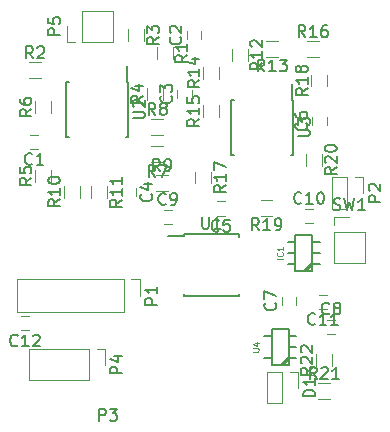
<source format=gbr>
G04 #@! TF.FileFunction,Legend,Top*
%FSLAX46Y46*%
G04 Gerber Fmt 4.6, Leading zero omitted, Abs format (unit mm)*
G04 Created by KiCad (PCBNEW 4.0.2-stable) date 21/04/2017 02:40:48 p.m.*
%MOMM*%
G01*
G04 APERTURE LIST*
%ADD10C,0.100000*%
%ADD11C,0.120000*%
%ADD12C,0.127000*%
%ADD13C,0.150000*%
%ADD14C,0.099060*%
G04 APERTURE END LIST*
D10*
D11*
X143507709Y-132069231D02*
X142807709Y-132069231D01*
X142807709Y-130869231D02*
X143507709Y-130869231D01*
X150745000Y-143130000D02*
X141735000Y-143130000D01*
X141735000Y-143130000D02*
X141735000Y-145910000D01*
X141735000Y-145910000D02*
X150745000Y-145910000D01*
X150745000Y-145910000D02*
X150745000Y-143130000D01*
X151380000Y-143130000D02*
X152135000Y-143130000D01*
X152135000Y-143130000D02*
X152135000Y-144520000D01*
X168520000Y-139145000D02*
X168520000Y-141745000D01*
X168520000Y-141745000D02*
X171180000Y-141745000D01*
X171180000Y-141745000D02*
X171180000Y-139145000D01*
X171180000Y-139145000D02*
X168520000Y-139145000D01*
X168520000Y-138510000D02*
X168520000Y-137815000D01*
X168520000Y-137815000D02*
X169850000Y-137815000D01*
X169695000Y-134490000D02*
X168365000Y-134490000D01*
X168365000Y-134490000D02*
X168365000Y-137150000D01*
X168365000Y-137150000D02*
X169695000Y-137150000D01*
X169695000Y-137150000D02*
X169695000Y-134490000D01*
X170330000Y-134490000D02*
X171025000Y-134490000D01*
X171025000Y-134490000D02*
X171025000Y-135820000D01*
D12*
X166678500Y-141730900D02*
X166030800Y-142378600D01*
X166678500Y-141883300D02*
X166183200Y-142378600D01*
X165281500Y-140880000D02*
X164621100Y-140880000D01*
X165281500Y-139927500D02*
X164621100Y-139927500D01*
X165281500Y-141832500D02*
X164621100Y-141832500D01*
X166678500Y-140880000D02*
X167338900Y-140880000D01*
X166678500Y-139927500D02*
X167338900Y-139927500D01*
X166678500Y-141832500D02*
X167338900Y-141832500D01*
X165281500Y-142378600D02*
X165281500Y-139381400D01*
X165281500Y-139381400D02*
X166678500Y-139381400D01*
X166678500Y-139381400D02*
X166678500Y-142378600D01*
X166678500Y-142378600D02*
X165281500Y-142378600D01*
X164708500Y-149700900D02*
X164060800Y-150348600D01*
X164708500Y-149853300D02*
X164213200Y-150348600D01*
X163311500Y-147897500D02*
X162651100Y-147897500D01*
X163311500Y-149802500D02*
X162651100Y-149802500D01*
X164708500Y-148850000D02*
X165368900Y-148850000D01*
X164708500Y-147897500D02*
X165368900Y-147897500D01*
X164708500Y-149802500D02*
X165368900Y-149802500D01*
X163311500Y-150348600D02*
X163311500Y-147351400D01*
X163311500Y-147351400D02*
X164708500Y-147351400D01*
X164708500Y-147351400D02*
X164708500Y-150348600D01*
X164708500Y-150348600D02*
X163311500Y-150348600D01*
D11*
X156077709Y-122799231D02*
X156077709Y-122099231D01*
X157277709Y-122099231D02*
X157277709Y-122799231D01*
X155297709Y-127759231D02*
X155297709Y-127059231D01*
X156497709Y-127059231D02*
X156497709Y-127759231D01*
X151817709Y-135389231D02*
X151817709Y-136089231D01*
X150617709Y-136089231D02*
X150617709Y-135389231D01*
X159327709Y-137719231D02*
X158627709Y-137719231D01*
X158627709Y-136519231D02*
X159327709Y-136519231D01*
X166730000Y-130080000D02*
X166730000Y-129380000D01*
X167930000Y-129380000D02*
X167930000Y-130080000D01*
X164110000Y-145310000D02*
X164110000Y-144610000D01*
X165310000Y-144610000D02*
X165310000Y-145310000D01*
X167960000Y-146540000D02*
X168660000Y-146540000D01*
X168660000Y-147740000D02*
X167960000Y-147740000D01*
X154130000Y-137260000D02*
X154830000Y-137260000D01*
X154830000Y-138460000D02*
X154130000Y-138460000D01*
X166080000Y-137170000D02*
X166780000Y-137170000D01*
X166780000Y-138370000D02*
X166080000Y-138370000D01*
X167950000Y-145630000D02*
X167250000Y-145630000D01*
X167250000Y-144430000D02*
X167950000Y-144430000D01*
X142750000Y-147450000D02*
X142050000Y-147450000D01*
X142050000Y-146250000D02*
X142750000Y-146250000D01*
X153537709Y-124469231D02*
X153537709Y-123469231D01*
X154897709Y-123469231D02*
X154897709Y-124469231D01*
X143727709Y-126079231D02*
X142727709Y-126079231D01*
X142727709Y-124719231D02*
X143727709Y-124719231D01*
X151147709Y-122949231D02*
X151147709Y-121949231D01*
X152507709Y-121949231D02*
X152507709Y-122949231D01*
X154067709Y-126909231D02*
X154067709Y-127909231D01*
X152707709Y-127909231D02*
X152707709Y-126909231D01*
X144607709Y-133859231D02*
X144607709Y-134859231D01*
X143247709Y-134859231D02*
X143247709Y-133859231D01*
X144607709Y-128039231D02*
X144607709Y-129039231D01*
X143247709Y-129039231D02*
X143247709Y-128039231D01*
X153097709Y-131859231D02*
X154097709Y-131859231D01*
X154097709Y-133219231D02*
X153097709Y-133219231D01*
X154097709Y-130879231D02*
X153097709Y-130879231D01*
X153097709Y-129519231D02*
X154097709Y-129519231D01*
X154477709Y-135649231D02*
X153477709Y-135649231D01*
X153477709Y-134289231D02*
X154477709Y-134289231D01*
X147027709Y-135209231D02*
X147027709Y-136209231D01*
X145667709Y-136209231D02*
X145667709Y-135209231D01*
X147997709Y-136239231D02*
X147997709Y-135239231D01*
X149357709Y-135239231D02*
X149357709Y-136239231D01*
X159897709Y-124629231D02*
X159897709Y-123629231D01*
X161257709Y-123629231D02*
X161257709Y-124629231D01*
X162797709Y-122939231D02*
X163797709Y-122939231D01*
X163797709Y-124299231D02*
X162797709Y-124299231D01*
X158837709Y-125119231D02*
X158837709Y-126119231D01*
X157477709Y-126119231D02*
X157477709Y-125119231D01*
X158827709Y-128399231D02*
X158827709Y-129399231D01*
X157467709Y-129399231D02*
X157467709Y-128399231D01*
X167267709Y-124289231D02*
X166267709Y-124289231D01*
X166267709Y-122929231D02*
X167267709Y-122929231D01*
X156787709Y-134999231D02*
X156787709Y-133999231D01*
X158147709Y-133999231D02*
X158147709Y-134999231D01*
X167997709Y-125789231D02*
X167997709Y-126789231D01*
X166637709Y-126789231D02*
X166637709Y-125789231D01*
X162337709Y-136379231D02*
X163337709Y-136379231D01*
X163337709Y-137739231D02*
X162337709Y-137739231D01*
X166190000Y-133500000D02*
X166190000Y-132500000D01*
X167550000Y-132500000D02*
X167550000Y-133500000D01*
X168220000Y-153230000D02*
X167220000Y-153230000D01*
X167220000Y-151870000D02*
X168220000Y-151870000D01*
X168400000Y-149470000D02*
X168400000Y-150470000D01*
X167040000Y-150470000D02*
X167040000Y-149470000D01*
X164175000Y-150960000D02*
X162845000Y-150960000D01*
X162845000Y-150960000D02*
X162845000Y-153620000D01*
X162845000Y-153620000D02*
X164175000Y-153620000D01*
X164175000Y-153620000D02*
X164175000Y-150960000D01*
X164810000Y-150960000D02*
X165505000Y-150960000D01*
X165505000Y-150960000D02*
X165505000Y-152290000D01*
X147835000Y-149010000D02*
X142695000Y-149010000D01*
X142695000Y-149010000D02*
X142695000Y-151670000D01*
X142695000Y-151670000D02*
X147835000Y-151670000D01*
X147835000Y-151670000D02*
X147835000Y-149010000D01*
X148470000Y-149010000D02*
X149165000Y-149010000D01*
X149165000Y-149010000D02*
X149165000Y-150340000D01*
X147242709Y-123019231D02*
X149842709Y-123019231D01*
X149842709Y-123019231D02*
X149842709Y-120359231D01*
X149842709Y-120359231D02*
X147242709Y-120359231D01*
X147242709Y-120359231D02*
X147242709Y-123019231D01*
X146607709Y-123019231D02*
X145912709Y-123019231D01*
X145912709Y-123019231D02*
X145912709Y-121689231D01*
D13*
X155835000Y-139305000D02*
X155835000Y-139430000D01*
X160485000Y-139305000D02*
X160485000Y-139530000D01*
X160485000Y-144555000D02*
X160485000Y-144330000D01*
X155835000Y-144555000D02*
X155835000Y-144330000D01*
X155835000Y-139305000D02*
X160485000Y-139305000D01*
X155835000Y-144555000D02*
X160485000Y-144555000D01*
X155835000Y-139430000D02*
X154485000Y-139430000D01*
X151142709Y-126404231D02*
X151017709Y-126404231D01*
X151142709Y-131054231D02*
X150917709Y-131054231D01*
X145892709Y-131054231D02*
X146117709Y-131054231D01*
X145892709Y-126404231D02*
X146117709Y-126404231D01*
X151142709Y-126404231D02*
X151142709Y-131054231D01*
X145892709Y-126404231D02*
X145892709Y-131054231D01*
X151017709Y-126404231D02*
X151017709Y-125054231D01*
X165112709Y-127924231D02*
X164987709Y-127924231D01*
X165112709Y-132574231D02*
X164887709Y-132574231D01*
X159862709Y-132574231D02*
X160087709Y-132574231D01*
X159862709Y-127924231D02*
X160087709Y-127924231D01*
X165112709Y-127924231D02*
X165112709Y-132574231D01*
X159862709Y-127924231D02*
X159862709Y-132574231D01*
X164987709Y-127924231D02*
X164987709Y-126574231D01*
X142991043Y-133326374D02*
X142943424Y-133373993D01*
X142800567Y-133421612D01*
X142705329Y-133421612D01*
X142562471Y-133373993D01*
X142467233Y-133278755D01*
X142419614Y-133183517D01*
X142371995Y-132993041D01*
X142371995Y-132850183D01*
X142419614Y-132659707D01*
X142467233Y-132564469D01*
X142562471Y-132469231D01*
X142705329Y-132421612D01*
X142800567Y-132421612D01*
X142943424Y-132469231D01*
X142991043Y-132516850D01*
X143943424Y-133421612D02*
X143371995Y-133421612D01*
X143657709Y-133421612D02*
X143657709Y-132421612D01*
X143562471Y-132564469D01*
X143467233Y-132659707D01*
X143371995Y-132707326D01*
X153587381Y-145258095D02*
X152587381Y-145258095D01*
X152587381Y-144877142D01*
X152635000Y-144781904D01*
X152682619Y-144734285D01*
X152777857Y-144686666D01*
X152920714Y-144686666D01*
X153015952Y-144734285D01*
X153063571Y-144781904D01*
X153111190Y-144877142D01*
X153111190Y-145258095D01*
X153587381Y-143734285D02*
X153587381Y-144305714D01*
X153587381Y-144020000D02*
X152587381Y-144020000D01*
X152730238Y-144115238D01*
X152825476Y-144210476D01*
X152873095Y-144305714D01*
X168516667Y-137219762D02*
X168659524Y-137267381D01*
X168897620Y-137267381D01*
X168992858Y-137219762D01*
X169040477Y-137172143D01*
X169088096Y-137076905D01*
X169088096Y-136981667D01*
X169040477Y-136886429D01*
X168992858Y-136838810D01*
X168897620Y-136791190D01*
X168707143Y-136743571D01*
X168611905Y-136695952D01*
X168564286Y-136648333D01*
X168516667Y-136553095D01*
X168516667Y-136457857D01*
X168564286Y-136362619D01*
X168611905Y-136315000D01*
X168707143Y-136267381D01*
X168945239Y-136267381D01*
X169088096Y-136315000D01*
X169421429Y-136267381D02*
X169659524Y-137267381D01*
X169850001Y-136553095D01*
X170040477Y-137267381D01*
X170278572Y-136267381D01*
X171183334Y-137267381D02*
X170611905Y-137267381D01*
X170897619Y-137267381D02*
X170897619Y-136267381D01*
X170802381Y-136410238D01*
X170707143Y-136505476D01*
X170611905Y-136553095D01*
X172477381Y-136558095D02*
X171477381Y-136558095D01*
X171477381Y-136177142D01*
X171525000Y-136081904D01*
X171572619Y-136034285D01*
X171667857Y-135986666D01*
X171810714Y-135986666D01*
X171905952Y-136034285D01*
X171953571Y-136081904D01*
X172001190Y-136177142D01*
X172001190Y-136558095D01*
X171572619Y-135605714D02*
X171525000Y-135558095D01*
X171477381Y-135462857D01*
X171477381Y-135224761D01*
X171525000Y-135129523D01*
X171572619Y-135081904D01*
X171667857Y-135034285D01*
X171763095Y-135034285D01*
X171905952Y-135081904D01*
X172477381Y-135653333D01*
X172477381Y-135034285D01*
D14*
X164225162Y-141368466D02*
X163724782Y-141368466D01*
X164177507Y-140844258D02*
X164201335Y-140868086D01*
X164225162Y-140939569D01*
X164225162Y-140987224D01*
X164201335Y-141058707D01*
X164153680Y-141106362D01*
X164106024Y-141130190D01*
X164010714Y-141154018D01*
X163939231Y-141154018D01*
X163843920Y-141130190D01*
X163796265Y-141106362D01*
X163748610Y-141058707D01*
X163724782Y-140987224D01*
X163724782Y-140939569D01*
X163748610Y-140868086D01*
X163772438Y-140844258D01*
X164225162Y-140367706D02*
X164225162Y-140653638D01*
X164225162Y-140510672D02*
X163724782Y-140510672D01*
X163796265Y-140558327D01*
X163843920Y-140605982D01*
X163867748Y-140653638D01*
X161678582Y-149231242D02*
X162083652Y-149231242D01*
X162131307Y-149207414D01*
X162155135Y-149183587D01*
X162178962Y-149135931D01*
X162178962Y-149040621D01*
X162155135Y-148992966D01*
X162131307Y-148969138D01*
X162083652Y-148945310D01*
X161678582Y-148945310D01*
X161845376Y-148492585D02*
X162178962Y-148492585D01*
X161654755Y-148611723D02*
X162012169Y-148730862D01*
X162012169Y-148421102D01*
D13*
X155534852Y-122615897D02*
X155582471Y-122663516D01*
X155630090Y-122806373D01*
X155630090Y-122901611D01*
X155582471Y-123044469D01*
X155487233Y-123139707D01*
X155391995Y-123187326D01*
X155201519Y-123234945D01*
X155058661Y-123234945D01*
X154868185Y-123187326D01*
X154772947Y-123139707D01*
X154677709Y-123044469D01*
X154630090Y-122901611D01*
X154630090Y-122806373D01*
X154677709Y-122663516D01*
X154725328Y-122615897D01*
X154725328Y-122234945D02*
X154677709Y-122187326D01*
X154630090Y-122092088D01*
X154630090Y-121853992D01*
X154677709Y-121758754D01*
X154725328Y-121711135D01*
X154820566Y-121663516D01*
X154915804Y-121663516D01*
X155058661Y-121711135D01*
X155630090Y-122282564D01*
X155630090Y-121663516D01*
X154754852Y-127575897D02*
X154802471Y-127623516D01*
X154850090Y-127766373D01*
X154850090Y-127861611D01*
X154802471Y-128004469D01*
X154707233Y-128099707D01*
X154611995Y-128147326D01*
X154421519Y-128194945D01*
X154278661Y-128194945D01*
X154088185Y-128147326D01*
X153992947Y-128099707D01*
X153897709Y-128004469D01*
X153850090Y-127861611D01*
X153850090Y-127766373D01*
X153897709Y-127623516D01*
X153945328Y-127575897D01*
X153850090Y-127242564D02*
X153850090Y-126623516D01*
X154231042Y-126956850D01*
X154231042Y-126813992D01*
X154278661Y-126718754D01*
X154326280Y-126671135D01*
X154421519Y-126623516D01*
X154659614Y-126623516D01*
X154754852Y-126671135D01*
X154802471Y-126718754D01*
X154850090Y-126813992D01*
X154850090Y-127099707D01*
X154802471Y-127194945D01*
X154754852Y-127242564D01*
X153074852Y-135905897D02*
X153122471Y-135953516D01*
X153170090Y-136096373D01*
X153170090Y-136191611D01*
X153122471Y-136334469D01*
X153027233Y-136429707D01*
X152931995Y-136477326D01*
X152741519Y-136524945D01*
X152598661Y-136524945D01*
X152408185Y-136477326D01*
X152312947Y-136429707D01*
X152217709Y-136334469D01*
X152170090Y-136191611D01*
X152170090Y-136096373D01*
X152217709Y-135953516D01*
X152265328Y-135905897D01*
X152503423Y-135048754D02*
X153170090Y-135048754D01*
X152122471Y-135286850D02*
X152836757Y-135524945D01*
X152836757Y-134905897D01*
X158811043Y-138976374D02*
X158763424Y-139023993D01*
X158620567Y-139071612D01*
X158525329Y-139071612D01*
X158382471Y-139023993D01*
X158287233Y-138928755D01*
X158239614Y-138833517D01*
X158191995Y-138643041D01*
X158191995Y-138500183D01*
X158239614Y-138309707D01*
X158287233Y-138214469D01*
X158382471Y-138119231D01*
X158525329Y-138071612D01*
X158620567Y-138071612D01*
X158763424Y-138119231D01*
X158811043Y-138166850D01*
X159715805Y-138071612D02*
X159239614Y-138071612D01*
X159191995Y-138547802D01*
X159239614Y-138500183D01*
X159334852Y-138452564D01*
X159572948Y-138452564D01*
X159668186Y-138500183D01*
X159715805Y-138547802D01*
X159763424Y-138643041D01*
X159763424Y-138881136D01*
X159715805Y-138976374D01*
X159668186Y-139023993D01*
X159572948Y-139071612D01*
X159334852Y-139071612D01*
X159239614Y-139023993D01*
X159191995Y-138976374D01*
X166187143Y-129896666D02*
X166234762Y-129944285D01*
X166282381Y-130087142D01*
X166282381Y-130182380D01*
X166234762Y-130325238D01*
X166139524Y-130420476D01*
X166044286Y-130468095D01*
X165853810Y-130515714D01*
X165710952Y-130515714D01*
X165520476Y-130468095D01*
X165425238Y-130420476D01*
X165330000Y-130325238D01*
X165282381Y-130182380D01*
X165282381Y-130087142D01*
X165330000Y-129944285D01*
X165377619Y-129896666D01*
X165282381Y-129039523D02*
X165282381Y-129230000D01*
X165330000Y-129325238D01*
X165377619Y-129372857D01*
X165520476Y-129468095D01*
X165710952Y-129515714D01*
X166091905Y-129515714D01*
X166187143Y-129468095D01*
X166234762Y-129420476D01*
X166282381Y-129325238D01*
X166282381Y-129134761D01*
X166234762Y-129039523D01*
X166187143Y-128991904D01*
X166091905Y-128944285D01*
X165853810Y-128944285D01*
X165758571Y-128991904D01*
X165710952Y-129039523D01*
X165663333Y-129134761D01*
X165663333Y-129325238D01*
X165710952Y-129420476D01*
X165758571Y-129468095D01*
X165853810Y-129515714D01*
X163567143Y-145126666D02*
X163614762Y-145174285D01*
X163662381Y-145317142D01*
X163662381Y-145412380D01*
X163614762Y-145555238D01*
X163519524Y-145650476D01*
X163424286Y-145698095D01*
X163233810Y-145745714D01*
X163090952Y-145745714D01*
X162900476Y-145698095D01*
X162805238Y-145650476D01*
X162710000Y-145555238D01*
X162662381Y-145412380D01*
X162662381Y-145317142D01*
X162710000Y-145174285D01*
X162757619Y-145126666D01*
X162662381Y-144793333D02*
X162662381Y-144126666D01*
X163662381Y-144555238D01*
X168143334Y-145997143D02*
X168095715Y-146044762D01*
X167952858Y-146092381D01*
X167857620Y-146092381D01*
X167714762Y-146044762D01*
X167619524Y-145949524D01*
X167571905Y-145854286D01*
X167524286Y-145663810D01*
X167524286Y-145520952D01*
X167571905Y-145330476D01*
X167619524Y-145235238D01*
X167714762Y-145140000D01*
X167857620Y-145092381D01*
X167952858Y-145092381D01*
X168095715Y-145140000D01*
X168143334Y-145187619D01*
X168714762Y-145520952D02*
X168619524Y-145473333D01*
X168571905Y-145425714D01*
X168524286Y-145330476D01*
X168524286Y-145282857D01*
X168571905Y-145187619D01*
X168619524Y-145140000D01*
X168714762Y-145092381D01*
X168905239Y-145092381D01*
X169000477Y-145140000D01*
X169048096Y-145187619D01*
X169095715Y-145282857D01*
X169095715Y-145330476D01*
X169048096Y-145425714D01*
X169000477Y-145473333D01*
X168905239Y-145520952D01*
X168714762Y-145520952D01*
X168619524Y-145568571D01*
X168571905Y-145616190D01*
X168524286Y-145711429D01*
X168524286Y-145901905D01*
X168571905Y-145997143D01*
X168619524Y-146044762D01*
X168714762Y-146092381D01*
X168905239Y-146092381D01*
X169000477Y-146044762D01*
X169048096Y-145997143D01*
X169095715Y-145901905D01*
X169095715Y-145711429D01*
X169048096Y-145616190D01*
X169000477Y-145568571D01*
X168905239Y-145520952D01*
X154313334Y-136717143D02*
X154265715Y-136764762D01*
X154122858Y-136812381D01*
X154027620Y-136812381D01*
X153884762Y-136764762D01*
X153789524Y-136669524D01*
X153741905Y-136574286D01*
X153694286Y-136383810D01*
X153694286Y-136240952D01*
X153741905Y-136050476D01*
X153789524Y-135955238D01*
X153884762Y-135860000D01*
X154027620Y-135812381D01*
X154122858Y-135812381D01*
X154265715Y-135860000D01*
X154313334Y-135907619D01*
X154789524Y-136812381D02*
X154980000Y-136812381D01*
X155075239Y-136764762D01*
X155122858Y-136717143D01*
X155218096Y-136574286D01*
X155265715Y-136383810D01*
X155265715Y-136002857D01*
X155218096Y-135907619D01*
X155170477Y-135860000D01*
X155075239Y-135812381D01*
X154884762Y-135812381D01*
X154789524Y-135860000D01*
X154741905Y-135907619D01*
X154694286Y-136002857D01*
X154694286Y-136240952D01*
X154741905Y-136336190D01*
X154789524Y-136383810D01*
X154884762Y-136431429D01*
X155075239Y-136431429D01*
X155170477Y-136383810D01*
X155218096Y-136336190D01*
X155265715Y-136240952D01*
X165787143Y-136627143D02*
X165739524Y-136674762D01*
X165596667Y-136722381D01*
X165501429Y-136722381D01*
X165358571Y-136674762D01*
X165263333Y-136579524D01*
X165215714Y-136484286D01*
X165168095Y-136293810D01*
X165168095Y-136150952D01*
X165215714Y-135960476D01*
X165263333Y-135865238D01*
X165358571Y-135770000D01*
X165501429Y-135722381D01*
X165596667Y-135722381D01*
X165739524Y-135770000D01*
X165787143Y-135817619D01*
X166739524Y-136722381D02*
X166168095Y-136722381D01*
X166453809Y-136722381D02*
X166453809Y-135722381D01*
X166358571Y-135865238D01*
X166263333Y-135960476D01*
X166168095Y-136008095D01*
X167358571Y-135722381D02*
X167453810Y-135722381D01*
X167549048Y-135770000D01*
X167596667Y-135817619D01*
X167644286Y-135912857D01*
X167691905Y-136103333D01*
X167691905Y-136341429D01*
X167644286Y-136531905D01*
X167596667Y-136627143D01*
X167549048Y-136674762D01*
X167453810Y-136722381D01*
X167358571Y-136722381D01*
X167263333Y-136674762D01*
X167215714Y-136627143D01*
X167168095Y-136531905D01*
X167120476Y-136341429D01*
X167120476Y-136103333D01*
X167168095Y-135912857D01*
X167215714Y-135817619D01*
X167263333Y-135770000D01*
X167358571Y-135722381D01*
X166957143Y-146887143D02*
X166909524Y-146934762D01*
X166766667Y-146982381D01*
X166671429Y-146982381D01*
X166528571Y-146934762D01*
X166433333Y-146839524D01*
X166385714Y-146744286D01*
X166338095Y-146553810D01*
X166338095Y-146410952D01*
X166385714Y-146220476D01*
X166433333Y-146125238D01*
X166528571Y-146030000D01*
X166671429Y-145982381D01*
X166766667Y-145982381D01*
X166909524Y-146030000D01*
X166957143Y-146077619D01*
X167909524Y-146982381D02*
X167338095Y-146982381D01*
X167623809Y-146982381D02*
X167623809Y-145982381D01*
X167528571Y-146125238D01*
X167433333Y-146220476D01*
X167338095Y-146268095D01*
X168861905Y-146982381D02*
X168290476Y-146982381D01*
X168576190Y-146982381D02*
X168576190Y-145982381D01*
X168480952Y-146125238D01*
X168385714Y-146220476D01*
X168290476Y-146268095D01*
X141757143Y-148707143D02*
X141709524Y-148754762D01*
X141566667Y-148802381D01*
X141471429Y-148802381D01*
X141328571Y-148754762D01*
X141233333Y-148659524D01*
X141185714Y-148564286D01*
X141138095Y-148373810D01*
X141138095Y-148230952D01*
X141185714Y-148040476D01*
X141233333Y-147945238D01*
X141328571Y-147850000D01*
X141471429Y-147802381D01*
X141566667Y-147802381D01*
X141709524Y-147850000D01*
X141757143Y-147897619D01*
X142709524Y-148802381D02*
X142138095Y-148802381D01*
X142423809Y-148802381D02*
X142423809Y-147802381D01*
X142328571Y-147945238D01*
X142233333Y-148040476D01*
X142138095Y-148088095D01*
X143090476Y-147897619D02*
X143138095Y-147850000D01*
X143233333Y-147802381D01*
X143471429Y-147802381D01*
X143566667Y-147850000D01*
X143614286Y-147897619D01*
X143661905Y-147992857D01*
X143661905Y-148088095D01*
X143614286Y-148230952D01*
X143042857Y-148802381D01*
X143661905Y-148802381D01*
X156120090Y-124135897D02*
X155643899Y-124469231D01*
X156120090Y-124707326D02*
X155120090Y-124707326D01*
X155120090Y-124326373D01*
X155167709Y-124231135D01*
X155215328Y-124183516D01*
X155310566Y-124135897D01*
X155453423Y-124135897D01*
X155548661Y-124183516D01*
X155596280Y-124231135D01*
X155643899Y-124326373D01*
X155643899Y-124707326D01*
X156120090Y-123183516D02*
X156120090Y-123754945D01*
X156120090Y-123469231D02*
X155120090Y-123469231D01*
X155262947Y-123564469D01*
X155358185Y-123659707D01*
X155405804Y-123754945D01*
X143061043Y-124401612D02*
X142727709Y-123925421D01*
X142489614Y-124401612D02*
X142489614Y-123401612D01*
X142870567Y-123401612D01*
X142965805Y-123449231D01*
X143013424Y-123496850D01*
X143061043Y-123592088D01*
X143061043Y-123734945D01*
X143013424Y-123830183D01*
X142965805Y-123877802D01*
X142870567Y-123925421D01*
X142489614Y-123925421D01*
X143441995Y-123496850D02*
X143489614Y-123449231D01*
X143584852Y-123401612D01*
X143822948Y-123401612D01*
X143918186Y-123449231D01*
X143965805Y-123496850D01*
X144013424Y-123592088D01*
X144013424Y-123687326D01*
X143965805Y-123830183D01*
X143394376Y-124401612D01*
X144013424Y-124401612D01*
X153730090Y-122615897D02*
X153253899Y-122949231D01*
X153730090Y-123187326D02*
X152730090Y-123187326D01*
X152730090Y-122806373D01*
X152777709Y-122711135D01*
X152825328Y-122663516D01*
X152920566Y-122615897D01*
X153063423Y-122615897D01*
X153158661Y-122663516D01*
X153206280Y-122711135D01*
X153253899Y-122806373D01*
X153253899Y-123187326D01*
X152730090Y-122282564D02*
X152730090Y-121663516D01*
X153111042Y-121996850D01*
X153111042Y-121853992D01*
X153158661Y-121758754D01*
X153206280Y-121711135D01*
X153301519Y-121663516D01*
X153539614Y-121663516D01*
X153634852Y-121711135D01*
X153682471Y-121758754D01*
X153730090Y-121853992D01*
X153730090Y-122139707D01*
X153682471Y-122234945D01*
X153634852Y-122282564D01*
X152390090Y-127575897D02*
X151913899Y-127909231D01*
X152390090Y-128147326D02*
X151390090Y-128147326D01*
X151390090Y-127766373D01*
X151437709Y-127671135D01*
X151485328Y-127623516D01*
X151580566Y-127575897D01*
X151723423Y-127575897D01*
X151818661Y-127623516D01*
X151866280Y-127671135D01*
X151913899Y-127766373D01*
X151913899Y-128147326D01*
X151723423Y-126718754D02*
X152390090Y-126718754D01*
X151342471Y-126956850D02*
X152056757Y-127194945D01*
X152056757Y-126575897D01*
X142930090Y-134525897D02*
X142453899Y-134859231D01*
X142930090Y-135097326D02*
X141930090Y-135097326D01*
X141930090Y-134716373D01*
X141977709Y-134621135D01*
X142025328Y-134573516D01*
X142120566Y-134525897D01*
X142263423Y-134525897D01*
X142358661Y-134573516D01*
X142406280Y-134621135D01*
X142453899Y-134716373D01*
X142453899Y-135097326D01*
X141930090Y-133621135D02*
X141930090Y-134097326D01*
X142406280Y-134144945D01*
X142358661Y-134097326D01*
X142311042Y-134002088D01*
X142311042Y-133763992D01*
X142358661Y-133668754D01*
X142406280Y-133621135D01*
X142501519Y-133573516D01*
X142739614Y-133573516D01*
X142834852Y-133621135D01*
X142882471Y-133668754D01*
X142930090Y-133763992D01*
X142930090Y-134002088D01*
X142882471Y-134097326D01*
X142834852Y-134144945D01*
X142930090Y-128705897D02*
X142453899Y-129039231D01*
X142930090Y-129277326D02*
X141930090Y-129277326D01*
X141930090Y-128896373D01*
X141977709Y-128801135D01*
X142025328Y-128753516D01*
X142120566Y-128705897D01*
X142263423Y-128705897D01*
X142358661Y-128753516D01*
X142406280Y-128801135D01*
X142453899Y-128896373D01*
X142453899Y-129277326D01*
X141930090Y-127848754D02*
X141930090Y-128039231D01*
X141977709Y-128134469D01*
X142025328Y-128182088D01*
X142168185Y-128277326D01*
X142358661Y-128324945D01*
X142739614Y-128324945D01*
X142834852Y-128277326D01*
X142882471Y-128229707D01*
X142930090Y-128134469D01*
X142930090Y-127943992D01*
X142882471Y-127848754D01*
X142834852Y-127801135D01*
X142739614Y-127753516D01*
X142501519Y-127753516D01*
X142406280Y-127801135D01*
X142358661Y-127848754D01*
X142311042Y-127943992D01*
X142311042Y-128134469D01*
X142358661Y-128229707D01*
X142406280Y-128277326D01*
X142501519Y-128324945D01*
X153431043Y-134441612D02*
X153097709Y-133965421D01*
X152859614Y-134441612D02*
X152859614Y-133441612D01*
X153240567Y-133441612D01*
X153335805Y-133489231D01*
X153383424Y-133536850D01*
X153431043Y-133632088D01*
X153431043Y-133774945D01*
X153383424Y-133870183D01*
X153335805Y-133917802D01*
X153240567Y-133965421D01*
X152859614Y-133965421D01*
X153764376Y-133441612D02*
X154431043Y-133441612D01*
X154002471Y-134441612D01*
X153431043Y-129201612D02*
X153097709Y-128725421D01*
X152859614Y-129201612D02*
X152859614Y-128201612D01*
X153240567Y-128201612D01*
X153335805Y-128249231D01*
X153383424Y-128296850D01*
X153431043Y-128392088D01*
X153431043Y-128534945D01*
X153383424Y-128630183D01*
X153335805Y-128677802D01*
X153240567Y-128725421D01*
X152859614Y-128725421D01*
X154002471Y-128630183D02*
X153907233Y-128582564D01*
X153859614Y-128534945D01*
X153811995Y-128439707D01*
X153811995Y-128392088D01*
X153859614Y-128296850D01*
X153907233Y-128249231D01*
X154002471Y-128201612D01*
X154192948Y-128201612D01*
X154288186Y-128249231D01*
X154335805Y-128296850D01*
X154383424Y-128392088D01*
X154383424Y-128439707D01*
X154335805Y-128534945D01*
X154288186Y-128582564D01*
X154192948Y-128630183D01*
X154002471Y-128630183D01*
X153907233Y-128677802D01*
X153859614Y-128725421D01*
X153811995Y-128820660D01*
X153811995Y-129011136D01*
X153859614Y-129106374D01*
X153907233Y-129153993D01*
X154002471Y-129201612D01*
X154192948Y-129201612D01*
X154288186Y-129153993D01*
X154335805Y-129106374D01*
X154383424Y-129011136D01*
X154383424Y-128820660D01*
X154335805Y-128725421D01*
X154288186Y-128677802D01*
X154192948Y-128630183D01*
X153811043Y-133971612D02*
X153477709Y-133495421D01*
X153239614Y-133971612D02*
X153239614Y-132971612D01*
X153620567Y-132971612D01*
X153715805Y-133019231D01*
X153763424Y-133066850D01*
X153811043Y-133162088D01*
X153811043Y-133304945D01*
X153763424Y-133400183D01*
X153715805Y-133447802D01*
X153620567Y-133495421D01*
X153239614Y-133495421D01*
X154287233Y-133971612D02*
X154477709Y-133971612D01*
X154572948Y-133923993D01*
X154620567Y-133876374D01*
X154715805Y-133733517D01*
X154763424Y-133543041D01*
X154763424Y-133162088D01*
X154715805Y-133066850D01*
X154668186Y-133019231D01*
X154572948Y-132971612D01*
X154382471Y-132971612D01*
X154287233Y-133019231D01*
X154239614Y-133066850D01*
X154191995Y-133162088D01*
X154191995Y-133400183D01*
X154239614Y-133495421D01*
X154287233Y-133543041D01*
X154382471Y-133590660D01*
X154572948Y-133590660D01*
X154668186Y-133543041D01*
X154715805Y-133495421D01*
X154763424Y-133400183D01*
X145350090Y-136352088D02*
X144873899Y-136685422D01*
X145350090Y-136923517D02*
X144350090Y-136923517D01*
X144350090Y-136542564D01*
X144397709Y-136447326D01*
X144445328Y-136399707D01*
X144540566Y-136352088D01*
X144683423Y-136352088D01*
X144778661Y-136399707D01*
X144826280Y-136447326D01*
X144873899Y-136542564D01*
X144873899Y-136923517D01*
X145350090Y-135399707D02*
X145350090Y-135971136D01*
X145350090Y-135685422D02*
X144350090Y-135685422D01*
X144492947Y-135780660D01*
X144588185Y-135875898D01*
X144635804Y-135971136D01*
X144350090Y-134780660D02*
X144350090Y-134685421D01*
X144397709Y-134590183D01*
X144445328Y-134542564D01*
X144540566Y-134494945D01*
X144731042Y-134447326D01*
X144969138Y-134447326D01*
X145159614Y-134494945D01*
X145254852Y-134542564D01*
X145302471Y-134590183D01*
X145350090Y-134685421D01*
X145350090Y-134780660D01*
X145302471Y-134875898D01*
X145254852Y-134923517D01*
X145159614Y-134971136D01*
X144969138Y-135018755D01*
X144731042Y-135018755D01*
X144540566Y-134971136D01*
X144445328Y-134923517D01*
X144397709Y-134875898D01*
X144350090Y-134780660D01*
X150580090Y-136382088D02*
X150103899Y-136715422D01*
X150580090Y-136953517D02*
X149580090Y-136953517D01*
X149580090Y-136572564D01*
X149627709Y-136477326D01*
X149675328Y-136429707D01*
X149770566Y-136382088D01*
X149913423Y-136382088D01*
X150008661Y-136429707D01*
X150056280Y-136477326D01*
X150103899Y-136572564D01*
X150103899Y-136953517D01*
X150580090Y-135429707D02*
X150580090Y-136001136D01*
X150580090Y-135715422D02*
X149580090Y-135715422D01*
X149722947Y-135810660D01*
X149818185Y-135905898D01*
X149865804Y-136001136D01*
X150580090Y-134477326D02*
X150580090Y-135048755D01*
X150580090Y-134763041D02*
X149580090Y-134763041D01*
X149722947Y-134858279D01*
X149818185Y-134953517D01*
X149865804Y-135048755D01*
X162480090Y-124772088D02*
X162003899Y-125105422D01*
X162480090Y-125343517D02*
X161480090Y-125343517D01*
X161480090Y-124962564D01*
X161527709Y-124867326D01*
X161575328Y-124819707D01*
X161670566Y-124772088D01*
X161813423Y-124772088D01*
X161908661Y-124819707D01*
X161956280Y-124867326D01*
X162003899Y-124962564D01*
X162003899Y-125343517D01*
X162480090Y-123819707D02*
X162480090Y-124391136D01*
X162480090Y-124105422D02*
X161480090Y-124105422D01*
X161622947Y-124200660D01*
X161718185Y-124295898D01*
X161765804Y-124391136D01*
X161575328Y-123438755D02*
X161527709Y-123391136D01*
X161480090Y-123295898D01*
X161480090Y-123057802D01*
X161527709Y-122962564D01*
X161575328Y-122914945D01*
X161670566Y-122867326D01*
X161765804Y-122867326D01*
X161908661Y-122914945D01*
X162480090Y-123486374D01*
X162480090Y-122867326D01*
X162654852Y-125521612D02*
X162321518Y-125045421D01*
X162083423Y-125521612D02*
X162083423Y-124521612D01*
X162464376Y-124521612D01*
X162559614Y-124569231D01*
X162607233Y-124616850D01*
X162654852Y-124712088D01*
X162654852Y-124854945D01*
X162607233Y-124950183D01*
X162559614Y-124997802D01*
X162464376Y-125045421D01*
X162083423Y-125045421D01*
X163607233Y-125521612D02*
X163035804Y-125521612D01*
X163321518Y-125521612D02*
X163321518Y-124521612D01*
X163226280Y-124664469D01*
X163131042Y-124759707D01*
X163035804Y-124807326D01*
X163940566Y-124521612D02*
X164559614Y-124521612D01*
X164226280Y-124902564D01*
X164369138Y-124902564D01*
X164464376Y-124950183D01*
X164511995Y-124997802D01*
X164559614Y-125093041D01*
X164559614Y-125331136D01*
X164511995Y-125426374D01*
X164464376Y-125473993D01*
X164369138Y-125521612D01*
X164083423Y-125521612D01*
X163988185Y-125473993D01*
X163940566Y-125426374D01*
X157160090Y-126262088D02*
X156683899Y-126595422D01*
X157160090Y-126833517D02*
X156160090Y-126833517D01*
X156160090Y-126452564D01*
X156207709Y-126357326D01*
X156255328Y-126309707D01*
X156350566Y-126262088D01*
X156493423Y-126262088D01*
X156588661Y-126309707D01*
X156636280Y-126357326D01*
X156683899Y-126452564D01*
X156683899Y-126833517D01*
X157160090Y-125309707D02*
X157160090Y-125881136D01*
X157160090Y-125595422D02*
X156160090Y-125595422D01*
X156302947Y-125690660D01*
X156398185Y-125785898D01*
X156445804Y-125881136D01*
X156493423Y-124452564D02*
X157160090Y-124452564D01*
X156112471Y-124690660D02*
X156826757Y-124928755D01*
X156826757Y-124309707D01*
X157150090Y-129542088D02*
X156673899Y-129875422D01*
X157150090Y-130113517D02*
X156150090Y-130113517D01*
X156150090Y-129732564D01*
X156197709Y-129637326D01*
X156245328Y-129589707D01*
X156340566Y-129542088D01*
X156483423Y-129542088D01*
X156578661Y-129589707D01*
X156626280Y-129637326D01*
X156673899Y-129732564D01*
X156673899Y-130113517D01*
X157150090Y-128589707D02*
X157150090Y-129161136D01*
X157150090Y-128875422D02*
X156150090Y-128875422D01*
X156292947Y-128970660D01*
X156388185Y-129065898D01*
X156435804Y-129161136D01*
X156150090Y-127684945D02*
X156150090Y-128161136D01*
X156626280Y-128208755D01*
X156578661Y-128161136D01*
X156531042Y-128065898D01*
X156531042Y-127827802D01*
X156578661Y-127732564D01*
X156626280Y-127684945D01*
X156721519Y-127637326D01*
X156959614Y-127637326D01*
X157054852Y-127684945D01*
X157102471Y-127732564D01*
X157150090Y-127827802D01*
X157150090Y-128065898D01*
X157102471Y-128161136D01*
X157054852Y-128208755D01*
X166124852Y-122611612D02*
X165791518Y-122135421D01*
X165553423Y-122611612D02*
X165553423Y-121611612D01*
X165934376Y-121611612D01*
X166029614Y-121659231D01*
X166077233Y-121706850D01*
X166124852Y-121802088D01*
X166124852Y-121944945D01*
X166077233Y-122040183D01*
X166029614Y-122087802D01*
X165934376Y-122135421D01*
X165553423Y-122135421D01*
X167077233Y-122611612D02*
X166505804Y-122611612D01*
X166791518Y-122611612D02*
X166791518Y-121611612D01*
X166696280Y-121754469D01*
X166601042Y-121849707D01*
X166505804Y-121897326D01*
X167934376Y-121611612D02*
X167743899Y-121611612D01*
X167648661Y-121659231D01*
X167601042Y-121706850D01*
X167505804Y-121849707D01*
X167458185Y-122040183D01*
X167458185Y-122421136D01*
X167505804Y-122516374D01*
X167553423Y-122563993D01*
X167648661Y-122611612D01*
X167839138Y-122611612D01*
X167934376Y-122563993D01*
X167981995Y-122516374D01*
X168029614Y-122421136D01*
X168029614Y-122183041D01*
X167981995Y-122087802D01*
X167934376Y-122040183D01*
X167839138Y-121992564D01*
X167648661Y-121992564D01*
X167553423Y-122040183D01*
X167505804Y-122087802D01*
X167458185Y-122183041D01*
X159370090Y-135142088D02*
X158893899Y-135475422D01*
X159370090Y-135713517D02*
X158370090Y-135713517D01*
X158370090Y-135332564D01*
X158417709Y-135237326D01*
X158465328Y-135189707D01*
X158560566Y-135142088D01*
X158703423Y-135142088D01*
X158798661Y-135189707D01*
X158846280Y-135237326D01*
X158893899Y-135332564D01*
X158893899Y-135713517D01*
X159370090Y-134189707D02*
X159370090Y-134761136D01*
X159370090Y-134475422D02*
X158370090Y-134475422D01*
X158512947Y-134570660D01*
X158608185Y-134665898D01*
X158655804Y-134761136D01*
X158370090Y-133856374D02*
X158370090Y-133189707D01*
X159370090Y-133618279D01*
X166320090Y-126932088D02*
X165843899Y-127265422D01*
X166320090Y-127503517D02*
X165320090Y-127503517D01*
X165320090Y-127122564D01*
X165367709Y-127027326D01*
X165415328Y-126979707D01*
X165510566Y-126932088D01*
X165653423Y-126932088D01*
X165748661Y-126979707D01*
X165796280Y-127027326D01*
X165843899Y-127122564D01*
X165843899Y-127503517D01*
X166320090Y-125979707D02*
X166320090Y-126551136D01*
X166320090Y-126265422D02*
X165320090Y-126265422D01*
X165462947Y-126360660D01*
X165558185Y-126455898D01*
X165605804Y-126551136D01*
X165748661Y-125408279D02*
X165701042Y-125503517D01*
X165653423Y-125551136D01*
X165558185Y-125598755D01*
X165510566Y-125598755D01*
X165415328Y-125551136D01*
X165367709Y-125503517D01*
X165320090Y-125408279D01*
X165320090Y-125217802D01*
X165367709Y-125122564D01*
X165415328Y-125074945D01*
X165510566Y-125027326D01*
X165558185Y-125027326D01*
X165653423Y-125074945D01*
X165701042Y-125122564D01*
X165748661Y-125217802D01*
X165748661Y-125408279D01*
X165796280Y-125503517D01*
X165843899Y-125551136D01*
X165939138Y-125598755D01*
X166129614Y-125598755D01*
X166224852Y-125551136D01*
X166272471Y-125503517D01*
X166320090Y-125408279D01*
X166320090Y-125217802D01*
X166272471Y-125122564D01*
X166224852Y-125074945D01*
X166129614Y-125027326D01*
X165939138Y-125027326D01*
X165843899Y-125074945D01*
X165796280Y-125122564D01*
X165748661Y-125217802D01*
X162194852Y-138961612D02*
X161861518Y-138485421D01*
X161623423Y-138961612D02*
X161623423Y-137961612D01*
X162004376Y-137961612D01*
X162099614Y-138009231D01*
X162147233Y-138056850D01*
X162194852Y-138152088D01*
X162194852Y-138294945D01*
X162147233Y-138390183D01*
X162099614Y-138437802D01*
X162004376Y-138485421D01*
X161623423Y-138485421D01*
X163147233Y-138961612D02*
X162575804Y-138961612D01*
X162861518Y-138961612D02*
X162861518Y-137961612D01*
X162766280Y-138104469D01*
X162671042Y-138199707D01*
X162575804Y-138247326D01*
X163623423Y-138961612D02*
X163813899Y-138961612D01*
X163909138Y-138913993D01*
X163956757Y-138866374D01*
X164051995Y-138723517D01*
X164099614Y-138533041D01*
X164099614Y-138152088D01*
X164051995Y-138056850D01*
X164004376Y-138009231D01*
X163909138Y-137961612D01*
X163718661Y-137961612D01*
X163623423Y-138009231D01*
X163575804Y-138056850D01*
X163528185Y-138152088D01*
X163528185Y-138390183D01*
X163575804Y-138485421D01*
X163623423Y-138533041D01*
X163718661Y-138580660D01*
X163909138Y-138580660D01*
X164004376Y-138533041D01*
X164051995Y-138485421D01*
X164099614Y-138390183D01*
X168772381Y-133642857D02*
X168296190Y-133976191D01*
X168772381Y-134214286D02*
X167772381Y-134214286D01*
X167772381Y-133833333D01*
X167820000Y-133738095D01*
X167867619Y-133690476D01*
X167962857Y-133642857D01*
X168105714Y-133642857D01*
X168200952Y-133690476D01*
X168248571Y-133738095D01*
X168296190Y-133833333D01*
X168296190Y-134214286D01*
X167867619Y-133261905D02*
X167820000Y-133214286D01*
X167772381Y-133119048D01*
X167772381Y-132880952D01*
X167820000Y-132785714D01*
X167867619Y-132738095D01*
X167962857Y-132690476D01*
X168058095Y-132690476D01*
X168200952Y-132738095D01*
X168772381Y-133309524D01*
X168772381Y-132690476D01*
X167772381Y-132071429D02*
X167772381Y-131976190D01*
X167820000Y-131880952D01*
X167867619Y-131833333D01*
X167962857Y-131785714D01*
X168153333Y-131738095D01*
X168391429Y-131738095D01*
X168581905Y-131785714D01*
X168677143Y-131833333D01*
X168724762Y-131880952D01*
X168772381Y-131976190D01*
X168772381Y-132071429D01*
X168724762Y-132166667D01*
X168677143Y-132214286D01*
X168581905Y-132261905D01*
X168391429Y-132309524D01*
X168153333Y-132309524D01*
X167962857Y-132261905D01*
X167867619Y-132214286D01*
X167820000Y-132166667D01*
X167772381Y-132071429D01*
X167077143Y-151552381D02*
X166743809Y-151076190D01*
X166505714Y-151552381D02*
X166505714Y-150552381D01*
X166886667Y-150552381D01*
X166981905Y-150600000D01*
X167029524Y-150647619D01*
X167077143Y-150742857D01*
X167077143Y-150885714D01*
X167029524Y-150980952D01*
X166981905Y-151028571D01*
X166886667Y-151076190D01*
X166505714Y-151076190D01*
X167458095Y-150647619D02*
X167505714Y-150600000D01*
X167600952Y-150552381D01*
X167839048Y-150552381D01*
X167934286Y-150600000D01*
X167981905Y-150647619D01*
X168029524Y-150742857D01*
X168029524Y-150838095D01*
X167981905Y-150980952D01*
X167410476Y-151552381D01*
X168029524Y-151552381D01*
X168981905Y-151552381D02*
X168410476Y-151552381D01*
X168696190Y-151552381D02*
X168696190Y-150552381D01*
X168600952Y-150695238D01*
X168505714Y-150790476D01*
X168410476Y-150838095D01*
X166722381Y-150612857D02*
X166246190Y-150946191D01*
X166722381Y-151184286D02*
X165722381Y-151184286D01*
X165722381Y-150803333D01*
X165770000Y-150708095D01*
X165817619Y-150660476D01*
X165912857Y-150612857D01*
X166055714Y-150612857D01*
X166150952Y-150660476D01*
X166198571Y-150708095D01*
X166246190Y-150803333D01*
X166246190Y-151184286D01*
X165817619Y-150231905D02*
X165770000Y-150184286D01*
X165722381Y-150089048D01*
X165722381Y-149850952D01*
X165770000Y-149755714D01*
X165817619Y-149708095D01*
X165912857Y-149660476D01*
X166008095Y-149660476D01*
X166150952Y-149708095D01*
X166722381Y-150279524D01*
X166722381Y-149660476D01*
X165817619Y-149279524D02*
X165770000Y-149231905D01*
X165722381Y-149136667D01*
X165722381Y-148898571D01*
X165770000Y-148803333D01*
X165817619Y-148755714D01*
X165912857Y-148708095D01*
X166008095Y-148708095D01*
X166150952Y-148755714D01*
X166722381Y-149327143D01*
X166722381Y-148708095D01*
X166957381Y-153028095D02*
X165957381Y-153028095D01*
X165957381Y-152790000D01*
X166005000Y-152647142D01*
X166100238Y-152551904D01*
X166195476Y-152504285D01*
X166385952Y-152456666D01*
X166528810Y-152456666D01*
X166719286Y-152504285D01*
X166814524Y-152551904D01*
X166909762Y-152647142D01*
X166957381Y-152790000D01*
X166957381Y-153028095D01*
X166957381Y-151504285D02*
X166957381Y-152075714D01*
X166957381Y-151790000D02*
X165957381Y-151790000D01*
X166100238Y-151885238D01*
X166195476Y-151980476D01*
X166243095Y-152075714D01*
X150617381Y-151078095D02*
X149617381Y-151078095D01*
X149617381Y-150697142D01*
X149665000Y-150601904D01*
X149712619Y-150554285D01*
X149807857Y-150506666D01*
X149950714Y-150506666D01*
X150045952Y-150554285D01*
X150093571Y-150601904D01*
X150141190Y-150697142D01*
X150141190Y-151078095D01*
X149950714Y-149649523D02*
X150617381Y-149649523D01*
X149569762Y-149887619D02*
X150284048Y-150125714D01*
X150284048Y-149506666D01*
X145365090Y-122427326D02*
X144365090Y-122427326D01*
X144365090Y-122046373D01*
X144412709Y-121951135D01*
X144460328Y-121903516D01*
X144555566Y-121855897D01*
X144698423Y-121855897D01*
X144793661Y-121903516D01*
X144841280Y-121951135D01*
X144888899Y-122046373D01*
X144888899Y-122427326D01*
X144365090Y-120951135D02*
X144365090Y-121427326D01*
X144841280Y-121474945D01*
X144793661Y-121427326D01*
X144746042Y-121332088D01*
X144746042Y-121093992D01*
X144793661Y-120998754D01*
X144841280Y-120951135D01*
X144936519Y-120903516D01*
X145174614Y-120903516D01*
X145269852Y-120951135D01*
X145317471Y-120998754D01*
X145365090Y-121093992D01*
X145365090Y-121332088D01*
X145317471Y-121427326D01*
X145269852Y-121474945D01*
X148661905Y-155097381D02*
X148661905Y-154097381D01*
X149042858Y-154097381D01*
X149138096Y-154145000D01*
X149185715Y-154192619D01*
X149233334Y-154287857D01*
X149233334Y-154430714D01*
X149185715Y-154525952D01*
X149138096Y-154573571D01*
X149042858Y-154621190D01*
X148661905Y-154621190D01*
X149566667Y-154097381D02*
X150185715Y-154097381D01*
X149852381Y-154478333D01*
X149995239Y-154478333D01*
X150090477Y-154525952D01*
X150138096Y-154573571D01*
X150185715Y-154668810D01*
X150185715Y-154906905D01*
X150138096Y-155002143D01*
X150090477Y-155049762D01*
X149995239Y-155097381D01*
X149709524Y-155097381D01*
X149614286Y-155049762D01*
X149566667Y-155002143D01*
X157398095Y-137832381D02*
X157398095Y-138641905D01*
X157445714Y-138737143D01*
X157493333Y-138784762D01*
X157588571Y-138832381D01*
X157779048Y-138832381D01*
X157874286Y-138784762D01*
X157921905Y-138737143D01*
X157969524Y-138641905D01*
X157969524Y-137832381D01*
X158969524Y-138832381D02*
X158398095Y-138832381D01*
X158683809Y-138832381D02*
X158683809Y-137832381D01*
X158588571Y-137975238D01*
X158493333Y-138070476D01*
X158398095Y-138118095D01*
X151520090Y-129491136D02*
X152329614Y-129491136D01*
X152424852Y-129443517D01*
X152472471Y-129395898D01*
X152520090Y-129300660D01*
X152520090Y-129110183D01*
X152472471Y-129014945D01*
X152424852Y-128967326D01*
X152329614Y-128919707D01*
X151520090Y-128919707D01*
X151615328Y-128491136D02*
X151567709Y-128443517D01*
X151520090Y-128348279D01*
X151520090Y-128110183D01*
X151567709Y-128014945D01*
X151615328Y-127967326D01*
X151710566Y-127919707D01*
X151805804Y-127919707D01*
X151948661Y-127967326D01*
X152520090Y-128538755D01*
X152520090Y-127919707D01*
X165490090Y-131011136D02*
X166299614Y-131011136D01*
X166394852Y-130963517D01*
X166442471Y-130915898D01*
X166490090Y-130820660D01*
X166490090Y-130630183D01*
X166442471Y-130534945D01*
X166394852Y-130487326D01*
X166299614Y-130439707D01*
X165490090Y-130439707D01*
X165490090Y-130058755D02*
X165490090Y-129439707D01*
X165871042Y-129773041D01*
X165871042Y-129630183D01*
X165918661Y-129534945D01*
X165966280Y-129487326D01*
X166061519Y-129439707D01*
X166299614Y-129439707D01*
X166394852Y-129487326D01*
X166442471Y-129534945D01*
X166490090Y-129630183D01*
X166490090Y-129915898D01*
X166442471Y-130011136D01*
X166394852Y-130058755D01*
M02*

</source>
